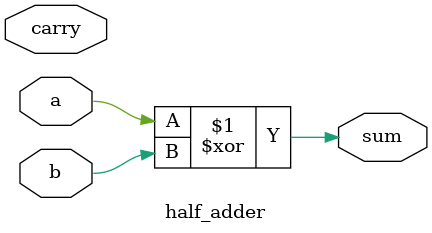
<source format=v>
`timescale 1ns / 1ps
module half_adder(input a, input b,output sum,input carry);
assign sum = a^b;
assign carry = a&b;
endmodule

</source>
